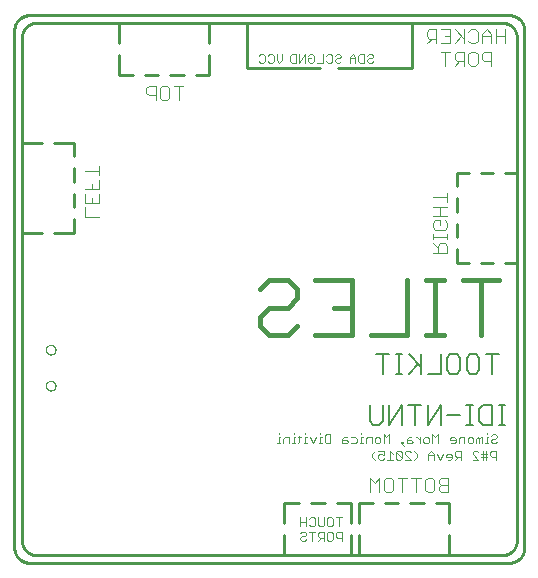
<source format=gbo>
G75*
%MOIN*%
%OFA0B0*%
%FSLAX25Y25*%
%IPPOS*%
%LPD*%
%AMOC8*
5,1,8,0,0,1.08239X$1,22.5*
%
%ADD10C,0.01000*%
%ADD11C,0.00400*%
%ADD12C,0.00600*%
%ADD13C,0.00300*%
%ADD14C,0.01600*%
%ADD15C,0.00000*%
D10*
X0008000Y0006500D02*
X0008000Y0179000D01*
X0010500Y0176500D02*
X0010500Y0141500D01*
X0017281Y0141500D01*
X0021219Y0141500D02*
X0028000Y0141500D01*
X0028000Y0136953D01*
X0028000Y0133016D02*
X0028000Y0128469D01*
X0028000Y0124531D02*
X0028000Y0119984D01*
X0028000Y0116047D02*
X0028000Y0111500D01*
X0021219Y0111500D01*
X0017281Y0111500D02*
X0010500Y0111500D01*
X0010500Y0141500D01*
X0010500Y0111500D02*
X0010500Y0009000D01*
X0008000Y0006500D02*
X0008002Y0006360D01*
X0008008Y0006220D01*
X0008018Y0006080D01*
X0008031Y0005940D01*
X0008049Y0005801D01*
X0008071Y0005662D01*
X0008096Y0005525D01*
X0008125Y0005387D01*
X0008158Y0005251D01*
X0008195Y0005116D01*
X0008236Y0004982D01*
X0008281Y0004849D01*
X0008329Y0004717D01*
X0008381Y0004587D01*
X0008436Y0004458D01*
X0008495Y0004331D01*
X0008558Y0004205D01*
X0008624Y0004081D01*
X0008693Y0003960D01*
X0008766Y0003840D01*
X0008843Y0003722D01*
X0008922Y0003607D01*
X0009005Y0003493D01*
X0009091Y0003383D01*
X0009180Y0003274D01*
X0009272Y0003168D01*
X0009367Y0003065D01*
X0009464Y0002964D01*
X0009565Y0002867D01*
X0009668Y0002772D01*
X0009774Y0002680D01*
X0009883Y0002591D01*
X0009993Y0002505D01*
X0010107Y0002422D01*
X0010222Y0002343D01*
X0010340Y0002266D01*
X0010460Y0002193D01*
X0010581Y0002124D01*
X0010705Y0002058D01*
X0010831Y0001995D01*
X0010958Y0001936D01*
X0011087Y0001881D01*
X0011217Y0001829D01*
X0011349Y0001781D01*
X0011482Y0001736D01*
X0011616Y0001695D01*
X0011751Y0001658D01*
X0011887Y0001625D01*
X0012025Y0001596D01*
X0012162Y0001571D01*
X0012301Y0001549D01*
X0012440Y0001531D01*
X0012580Y0001518D01*
X0012720Y0001508D01*
X0012860Y0001502D01*
X0013000Y0001500D01*
X0173000Y0001500D01*
X0170500Y0004000D02*
X0153000Y0004000D01*
X0153000Y0010781D01*
X0153000Y0014719D02*
X0153000Y0021500D01*
X0148453Y0021500D01*
X0144516Y0021500D02*
X0139969Y0021500D01*
X0136031Y0021500D02*
X0131484Y0021500D01*
X0127547Y0021500D02*
X0123000Y0021500D01*
X0123000Y0014719D01*
X0120250Y0014719D02*
X0120250Y0021500D01*
X0115458Y0021500D01*
X0111521Y0021500D02*
X0106729Y0021500D01*
X0102792Y0021500D02*
X0098000Y0021500D01*
X0098000Y0014719D01*
X0098000Y0010781D02*
X0098000Y0004000D01*
X0015500Y0004000D01*
X0015360Y0004002D01*
X0015220Y0004008D01*
X0015080Y0004018D01*
X0014940Y0004031D01*
X0014801Y0004049D01*
X0014662Y0004071D01*
X0014525Y0004096D01*
X0014387Y0004125D01*
X0014251Y0004158D01*
X0014116Y0004195D01*
X0013982Y0004236D01*
X0013849Y0004281D01*
X0013717Y0004329D01*
X0013587Y0004381D01*
X0013458Y0004436D01*
X0013331Y0004495D01*
X0013205Y0004558D01*
X0013081Y0004624D01*
X0012960Y0004693D01*
X0012840Y0004766D01*
X0012722Y0004843D01*
X0012607Y0004922D01*
X0012493Y0005005D01*
X0012383Y0005091D01*
X0012274Y0005180D01*
X0012168Y0005272D01*
X0012065Y0005367D01*
X0011964Y0005464D01*
X0011867Y0005565D01*
X0011772Y0005668D01*
X0011680Y0005774D01*
X0011591Y0005883D01*
X0011505Y0005993D01*
X0011422Y0006107D01*
X0011343Y0006222D01*
X0011266Y0006340D01*
X0011193Y0006460D01*
X0011124Y0006581D01*
X0011058Y0006705D01*
X0010995Y0006831D01*
X0010936Y0006958D01*
X0010881Y0007087D01*
X0010829Y0007217D01*
X0010781Y0007349D01*
X0010736Y0007482D01*
X0010695Y0007616D01*
X0010658Y0007751D01*
X0010625Y0007887D01*
X0010596Y0008025D01*
X0010571Y0008162D01*
X0010549Y0008301D01*
X0010531Y0008440D01*
X0010518Y0008580D01*
X0010508Y0008720D01*
X0010502Y0008860D01*
X0010500Y0009000D01*
X0098000Y0004000D02*
X0120250Y0004000D01*
X0120250Y0010781D01*
X0123000Y0010781D02*
X0123000Y0004000D01*
X0120250Y0004000D01*
X0123000Y0004000D02*
X0153000Y0004000D01*
X0170500Y0004000D02*
X0170640Y0004002D01*
X0170780Y0004008D01*
X0170920Y0004018D01*
X0171060Y0004031D01*
X0171199Y0004049D01*
X0171338Y0004071D01*
X0171475Y0004096D01*
X0171613Y0004125D01*
X0171749Y0004158D01*
X0171884Y0004195D01*
X0172018Y0004236D01*
X0172151Y0004281D01*
X0172283Y0004329D01*
X0172413Y0004381D01*
X0172542Y0004436D01*
X0172669Y0004495D01*
X0172795Y0004558D01*
X0172919Y0004624D01*
X0173040Y0004693D01*
X0173160Y0004766D01*
X0173278Y0004843D01*
X0173393Y0004922D01*
X0173507Y0005005D01*
X0173617Y0005091D01*
X0173726Y0005180D01*
X0173832Y0005272D01*
X0173935Y0005367D01*
X0174036Y0005464D01*
X0174133Y0005565D01*
X0174228Y0005668D01*
X0174320Y0005774D01*
X0174409Y0005883D01*
X0174495Y0005993D01*
X0174578Y0006107D01*
X0174657Y0006222D01*
X0174734Y0006340D01*
X0174807Y0006460D01*
X0174876Y0006581D01*
X0174942Y0006705D01*
X0175005Y0006831D01*
X0175064Y0006958D01*
X0175119Y0007087D01*
X0175171Y0007217D01*
X0175219Y0007349D01*
X0175264Y0007482D01*
X0175305Y0007616D01*
X0175342Y0007751D01*
X0175375Y0007887D01*
X0175404Y0008025D01*
X0175429Y0008162D01*
X0175451Y0008301D01*
X0175469Y0008440D01*
X0175482Y0008580D01*
X0175492Y0008720D01*
X0175498Y0008860D01*
X0175500Y0009000D01*
X0175500Y0101500D01*
X0171458Y0101500D01*
X0167521Y0101500D02*
X0163479Y0101500D01*
X0159542Y0101500D02*
X0155500Y0101500D01*
X0155500Y0106047D01*
X0155500Y0109984D02*
X0155500Y0114531D01*
X0155500Y0118469D02*
X0155500Y0123016D01*
X0155500Y0126953D02*
X0155500Y0131500D01*
X0159542Y0131500D01*
X0163479Y0131500D02*
X0167521Y0131500D01*
X0171458Y0131500D02*
X0175500Y0131500D01*
X0175500Y0101500D01*
X0175500Y0131500D02*
X0175500Y0176500D01*
X0178000Y0179000D02*
X0178000Y0006500D01*
X0177998Y0006360D01*
X0177992Y0006220D01*
X0177982Y0006080D01*
X0177969Y0005940D01*
X0177951Y0005801D01*
X0177929Y0005662D01*
X0177904Y0005525D01*
X0177875Y0005387D01*
X0177842Y0005251D01*
X0177805Y0005116D01*
X0177764Y0004982D01*
X0177719Y0004849D01*
X0177671Y0004717D01*
X0177619Y0004587D01*
X0177564Y0004458D01*
X0177505Y0004331D01*
X0177442Y0004205D01*
X0177376Y0004081D01*
X0177307Y0003960D01*
X0177234Y0003840D01*
X0177157Y0003722D01*
X0177078Y0003607D01*
X0176995Y0003493D01*
X0176909Y0003383D01*
X0176820Y0003274D01*
X0176728Y0003168D01*
X0176633Y0003065D01*
X0176536Y0002964D01*
X0176435Y0002867D01*
X0176332Y0002772D01*
X0176226Y0002680D01*
X0176117Y0002591D01*
X0176007Y0002505D01*
X0175893Y0002422D01*
X0175778Y0002343D01*
X0175660Y0002266D01*
X0175540Y0002193D01*
X0175419Y0002124D01*
X0175295Y0002058D01*
X0175169Y0001995D01*
X0175042Y0001936D01*
X0174913Y0001881D01*
X0174783Y0001829D01*
X0174651Y0001781D01*
X0174518Y0001736D01*
X0174384Y0001695D01*
X0174249Y0001658D01*
X0174113Y0001625D01*
X0173975Y0001596D01*
X0173838Y0001571D01*
X0173699Y0001549D01*
X0173560Y0001531D01*
X0173420Y0001518D01*
X0173280Y0001508D01*
X0173140Y0001502D01*
X0173000Y0001500D01*
X0073000Y0164000D02*
X0068453Y0164000D01*
X0064516Y0164000D02*
X0059969Y0164000D01*
X0056031Y0164000D02*
X0051484Y0164000D01*
X0047547Y0164000D02*
X0043000Y0164000D01*
X0043000Y0170781D01*
X0043000Y0174719D02*
X0043000Y0181500D01*
X0073000Y0181500D01*
X0073000Y0174719D01*
X0073000Y0170781D02*
X0073000Y0164000D01*
X0085500Y0166500D02*
X0110047Y0166500D01*
X0115953Y0166500D02*
X0140500Y0166500D01*
X0140500Y0181500D01*
X0170500Y0181500D01*
X0173000Y0184000D02*
X0173140Y0183998D01*
X0173280Y0183992D01*
X0173420Y0183982D01*
X0173560Y0183969D01*
X0173699Y0183951D01*
X0173838Y0183929D01*
X0173975Y0183904D01*
X0174113Y0183875D01*
X0174249Y0183842D01*
X0174384Y0183805D01*
X0174518Y0183764D01*
X0174651Y0183719D01*
X0174783Y0183671D01*
X0174913Y0183619D01*
X0175042Y0183564D01*
X0175169Y0183505D01*
X0175295Y0183442D01*
X0175419Y0183376D01*
X0175540Y0183307D01*
X0175660Y0183234D01*
X0175778Y0183157D01*
X0175893Y0183078D01*
X0176007Y0182995D01*
X0176117Y0182909D01*
X0176226Y0182820D01*
X0176332Y0182728D01*
X0176435Y0182633D01*
X0176536Y0182536D01*
X0176633Y0182435D01*
X0176728Y0182332D01*
X0176820Y0182226D01*
X0176909Y0182117D01*
X0176995Y0182007D01*
X0177078Y0181893D01*
X0177157Y0181778D01*
X0177234Y0181660D01*
X0177307Y0181540D01*
X0177376Y0181419D01*
X0177442Y0181295D01*
X0177505Y0181169D01*
X0177564Y0181042D01*
X0177619Y0180913D01*
X0177671Y0180783D01*
X0177719Y0180651D01*
X0177764Y0180518D01*
X0177805Y0180384D01*
X0177842Y0180249D01*
X0177875Y0180113D01*
X0177904Y0179975D01*
X0177929Y0179838D01*
X0177951Y0179699D01*
X0177969Y0179560D01*
X0177982Y0179420D01*
X0177992Y0179280D01*
X0177998Y0179140D01*
X0178000Y0179000D01*
X0173000Y0184000D02*
X0013000Y0184000D01*
X0015500Y0181500D02*
X0043000Y0181500D01*
X0015500Y0181500D02*
X0015360Y0181498D01*
X0015220Y0181492D01*
X0015080Y0181482D01*
X0014940Y0181469D01*
X0014801Y0181451D01*
X0014662Y0181429D01*
X0014525Y0181404D01*
X0014387Y0181375D01*
X0014251Y0181342D01*
X0014116Y0181305D01*
X0013982Y0181264D01*
X0013849Y0181219D01*
X0013717Y0181171D01*
X0013587Y0181119D01*
X0013458Y0181064D01*
X0013331Y0181005D01*
X0013205Y0180942D01*
X0013081Y0180876D01*
X0012960Y0180807D01*
X0012840Y0180734D01*
X0012722Y0180657D01*
X0012607Y0180578D01*
X0012493Y0180495D01*
X0012383Y0180409D01*
X0012274Y0180320D01*
X0012168Y0180228D01*
X0012065Y0180133D01*
X0011964Y0180036D01*
X0011867Y0179935D01*
X0011772Y0179832D01*
X0011680Y0179726D01*
X0011591Y0179617D01*
X0011505Y0179507D01*
X0011422Y0179393D01*
X0011343Y0179278D01*
X0011266Y0179160D01*
X0011193Y0179040D01*
X0011124Y0178919D01*
X0011058Y0178795D01*
X0010995Y0178669D01*
X0010936Y0178542D01*
X0010881Y0178413D01*
X0010829Y0178283D01*
X0010781Y0178151D01*
X0010736Y0178018D01*
X0010695Y0177884D01*
X0010658Y0177749D01*
X0010625Y0177613D01*
X0010596Y0177475D01*
X0010571Y0177338D01*
X0010549Y0177199D01*
X0010531Y0177060D01*
X0010518Y0176920D01*
X0010508Y0176780D01*
X0010502Y0176640D01*
X0010500Y0176500D01*
X0008000Y0179000D02*
X0008002Y0179140D01*
X0008008Y0179280D01*
X0008018Y0179420D01*
X0008031Y0179560D01*
X0008049Y0179699D01*
X0008071Y0179838D01*
X0008096Y0179975D01*
X0008125Y0180113D01*
X0008158Y0180249D01*
X0008195Y0180384D01*
X0008236Y0180518D01*
X0008281Y0180651D01*
X0008329Y0180783D01*
X0008381Y0180913D01*
X0008436Y0181042D01*
X0008495Y0181169D01*
X0008558Y0181295D01*
X0008624Y0181419D01*
X0008693Y0181540D01*
X0008766Y0181660D01*
X0008843Y0181778D01*
X0008922Y0181893D01*
X0009005Y0182007D01*
X0009091Y0182117D01*
X0009180Y0182226D01*
X0009272Y0182332D01*
X0009367Y0182435D01*
X0009464Y0182536D01*
X0009565Y0182633D01*
X0009668Y0182728D01*
X0009774Y0182820D01*
X0009883Y0182909D01*
X0009993Y0182995D01*
X0010107Y0183078D01*
X0010222Y0183157D01*
X0010340Y0183234D01*
X0010460Y0183307D01*
X0010581Y0183376D01*
X0010705Y0183442D01*
X0010831Y0183505D01*
X0010958Y0183564D01*
X0011087Y0183619D01*
X0011217Y0183671D01*
X0011349Y0183719D01*
X0011482Y0183764D01*
X0011616Y0183805D01*
X0011751Y0183842D01*
X0011887Y0183875D01*
X0012025Y0183904D01*
X0012162Y0183929D01*
X0012301Y0183951D01*
X0012440Y0183969D01*
X0012580Y0183982D01*
X0012720Y0183992D01*
X0012860Y0183998D01*
X0013000Y0184000D01*
X0073000Y0181500D02*
X0085500Y0181500D01*
X0085500Y0166500D01*
X0085500Y0181500D02*
X0140500Y0181500D01*
X0170500Y0181500D02*
X0170640Y0181498D01*
X0170780Y0181492D01*
X0170920Y0181482D01*
X0171060Y0181469D01*
X0171199Y0181451D01*
X0171338Y0181429D01*
X0171475Y0181404D01*
X0171613Y0181375D01*
X0171749Y0181342D01*
X0171884Y0181305D01*
X0172018Y0181264D01*
X0172151Y0181219D01*
X0172283Y0181171D01*
X0172413Y0181119D01*
X0172542Y0181064D01*
X0172669Y0181005D01*
X0172795Y0180942D01*
X0172919Y0180876D01*
X0173040Y0180807D01*
X0173160Y0180734D01*
X0173278Y0180657D01*
X0173393Y0180578D01*
X0173507Y0180495D01*
X0173617Y0180409D01*
X0173726Y0180320D01*
X0173832Y0180228D01*
X0173935Y0180133D01*
X0174036Y0180036D01*
X0174133Y0179935D01*
X0174228Y0179832D01*
X0174320Y0179726D01*
X0174409Y0179617D01*
X0174495Y0179507D01*
X0174578Y0179393D01*
X0174657Y0179278D01*
X0174734Y0179160D01*
X0174807Y0179040D01*
X0174876Y0178919D01*
X0174942Y0178795D01*
X0175005Y0178669D01*
X0175064Y0178542D01*
X0175119Y0178413D01*
X0175171Y0178283D01*
X0175219Y0178151D01*
X0175264Y0178018D01*
X0175305Y0177884D01*
X0175342Y0177749D01*
X0175375Y0177613D01*
X0175404Y0177475D01*
X0175429Y0177338D01*
X0175451Y0177199D01*
X0175469Y0177060D01*
X0175482Y0176920D01*
X0175492Y0176780D01*
X0175498Y0176640D01*
X0175500Y0176500D01*
D11*
X0171612Y0177002D02*
X0168543Y0177002D01*
X0167008Y0177002D02*
X0163939Y0177002D01*
X0163939Y0177769D02*
X0163939Y0174700D01*
X0162404Y0175467D02*
X0161637Y0174700D01*
X0160102Y0174700D01*
X0159335Y0175467D01*
X0157800Y0174700D02*
X0157800Y0179304D01*
X0159335Y0178537D02*
X0160102Y0179304D01*
X0161637Y0179304D01*
X0162404Y0178537D01*
X0162404Y0175467D01*
X0163939Y0177769D02*
X0165473Y0179304D01*
X0167008Y0177769D01*
X0167008Y0174700D01*
X0168543Y0174700D02*
X0168543Y0179304D01*
X0171612Y0179304D02*
X0171612Y0174700D01*
X0167008Y0171804D02*
X0164706Y0171804D01*
X0163939Y0171037D01*
X0163939Y0169502D01*
X0164706Y0168735D01*
X0167008Y0168735D01*
X0167008Y0167200D02*
X0167008Y0171804D01*
X0162404Y0171037D02*
X0162404Y0167967D01*
X0161637Y0167200D01*
X0160102Y0167200D01*
X0159335Y0167967D01*
X0159335Y0171037D01*
X0160102Y0171804D01*
X0161637Y0171804D01*
X0162404Y0171037D01*
X0157800Y0171804D02*
X0157800Y0167200D01*
X0157800Y0168735D02*
X0155498Y0168735D01*
X0154731Y0169502D01*
X0154731Y0171037D01*
X0155498Y0171804D01*
X0157800Y0171804D01*
X0156265Y0168735D02*
X0154731Y0167200D01*
X0151661Y0167200D02*
X0151661Y0171804D01*
X0150127Y0171804D02*
X0153196Y0171804D01*
X0153196Y0174700D02*
X0150127Y0174700D01*
X0148592Y0174700D02*
X0148592Y0179304D01*
X0146290Y0179304D01*
X0145523Y0178537D01*
X0145523Y0177002D01*
X0146290Y0176235D01*
X0148592Y0176235D01*
X0147058Y0176235D02*
X0145523Y0174700D01*
X0150127Y0179304D02*
X0153196Y0179304D01*
X0153196Y0174700D01*
X0154731Y0174700D02*
X0157033Y0177002D01*
X0157800Y0176235D02*
X0154731Y0179304D01*
X0153196Y0177002D02*
X0151661Y0177002D01*
X0152209Y0124808D02*
X0152209Y0121739D01*
X0152209Y0123273D02*
X0147606Y0123273D01*
X0147606Y0120204D02*
X0152209Y0120204D01*
X0149907Y0120204D02*
X0149907Y0117135D01*
X0149907Y0115600D02*
X0149907Y0114065D01*
X0149907Y0115600D02*
X0148373Y0115600D01*
X0147606Y0114833D01*
X0147606Y0113298D01*
X0148373Y0112531D01*
X0151442Y0112531D01*
X0152209Y0113298D01*
X0152209Y0114833D01*
X0151442Y0115600D01*
X0152209Y0117135D02*
X0147606Y0117135D01*
X0147606Y0110996D02*
X0147606Y0109461D01*
X0147606Y0110229D02*
X0152209Y0110229D01*
X0152209Y0110996D02*
X0152209Y0109461D01*
X0151442Y0107927D02*
X0149907Y0107927D01*
X0149140Y0107159D01*
X0149140Y0104857D01*
X0147606Y0104857D02*
X0152209Y0104857D01*
X0152209Y0107159D01*
X0151442Y0107927D01*
X0149140Y0106392D02*
X0147606Y0107927D01*
X0147271Y0029709D02*
X0145737Y0029709D01*
X0144969Y0028942D01*
X0144969Y0025873D01*
X0145737Y0025106D01*
X0147271Y0025106D01*
X0148039Y0025873D01*
X0148039Y0028942D01*
X0147271Y0029709D01*
X0149573Y0028942D02*
X0149573Y0028175D01*
X0150341Y0027407D01*
X0152643Y0027407D01*
X0152643Y0025106D02*
X0150341Y0025106D01*
X0149573Y0025873D01*
X0149573Y0026640D01*
X0150341Y0027407D01*
X0149573Y0028942D02*
X0150341Y0029709D01*
X0152643Y0029709D01*
X0152643Y0025106D01*
X0143435Y0029709D02*
X0140365Y0029709D01*
X0138831Y0029709D02*
X0135761Y0029709D01*
X0137296Y0029709D02*
X0137296Y0025106D01*
X0134227Y0025873D02*
X0133460Y0025106D01*
X0131925Y0025106D01*
X0131158Y0025873D01*
X0131158Y0028942D01*
X0131925Y0029709D01*
X0133460Y0029709D01*
X0134227Y0028942D01*
X0134227Y0025873D01*
X0129623Y0025106D02*
X0129623Y0029709D01*
X0128088Y0028175D01*
X0126554Y0029709D01*
X0126554Y0025106D01*
X0141900Y0025106D02*
X0141900Y0029709D01*
X0036209Y0116857D02*
X0031606Y0116857D01*
X0031606Y0119927D01*
X0031606Y0121461D02*
X0031606Y0124531D01*
X0031606Y0126065D02*
X0036209Y0126065D01*
X0036209Y0129135D01*
X0036209Y0130669D02*
X0036209Y0133739D01*
X0036209Y0132204D02*
X0031606Y0132204D01*
X0033907Y0127600D02*
X0033907Y0126065D01*
X0036209Y0124531D02*
X0036209Y0121461D01*
X0031606Y0121461D01*
X0033907Y0121461D02*
X0033907Y0122996D01*
X0055061Y0155794D02*
X0055061Y0160398D01*
X0052759Y0160398D01*
X0051992Y0159631D01*
X0051992Y0158096D01*
X0052759Y0157329D01*
X0055061Y0157329D01*
X0056596Y0156562D02*
X0056596Y0159631D01*
X0057363Y0160398D01*
X0058898Y0160398D01*
X0059665Y0159631D01*
X0059665Y0156562D01*
X0058898Y0155794D01*
X0057363Y0155794D01*
X0056596Y0156562D01*
X0061200Y0160398D02*
X0064269Y0160398D01*
X0062735Y0160398D02*
X0062735Y0155794D01*
D12*
X0128655Y0070955D02*
X0132926Y0070955D01*
X0130790Y0070955D02*
X0130790Y0064550D01*
X0135087Y0064550D02*
X0137223Y0064550D01*
X0136155Y0064550D02*
X0136155Y0070955D01*
X0137223Y0070955D02*
X0135087Y0070955D01*
X0139398Y0070955D02*
X0143668Y0066685D01*
X0142600Y0067753D02*
X0139398Y0064550D01*
X0143668Y0064550D02*
X0143668Y0070955D01*
X0150114Y0070955D02*
X0150114Y0064550D01*
X0145843Y0064550D01*
X0152289Y0065618D02*
X0152289Y0069888D01*
X0153356Y0070955D01*
X0155491Y0070955D01*
X0156559Y0069888D01*
X0156559Y0065618D01*
X0155491Y0064550D01*
X0153356Y0064550D01*
X0152289Y0065618D01*
X0158734Y0065618D02*
X0158734Y0069888D01*
X0159802Y0070955D01*
X0161937Y0070955D01*
X0163005Y0069888D01*
X0163005Y0065618D01*
X0161937Y0064550D01*
X0159802Y0064550D01*
X0158734Y0065618D01*
X0165180Y0070955D02*
X0169450Y0070955D01*
X0167315Y0070955D02*
X0167315Y0064550D01*
X0167287Y0053955D02*
X0164084Y0053955D01*
X0163016Y0052888D01*
X0163016Y0048618D01*
X0164084Y0047550D01*
X0167287Y0047550D01*
X0167287Y0053955D01*
X0169448Y0053955D02*
X0171584Y0053955D01*
X0170516Y0053955D02*
X0170516Y0047550D01*
X0171584Y0047550D02*
X0169448Y0047550D01*
X0160841Y0047550D02*
X0158706Y0047550D01*
X0159773Y0047550D02*
X0159773Y0053955D01*
X0158706Y0053955D02*
X0160841Y0053955D01*
X0156544Y0050753D02*
X0152274Y0050753D01*
X0150099Y0053955D02*
X0150099Y0047550D01*
X0145828Y0047550D02*
X0145828Y0053955D01*
X0143653Y0053955D02*
X0139383Y0053955D01*
X0137208Y0053955D02*
X0132937Y0047550D01*
X0132937Y0053955D01*
X0130762Y0053955D02*
X0130762Y0048618D01*
X0129694Y0047550D01*
X0127559Y0047550D01*
X0126492Y0048618D01*
X0126492Y0053955D01*
X0137208Y0053955D02*
X0137208Y0047550D01*
X0141518Y0047550D02*
X0141518Y0053955D01*
X0145828Y0047550D02*
X0150099Y0053955D01*
D13*
X0149207Y0044302D02*
X0148239Y0043335D01*
X0147272Y0044302D01*
X0147272Y0041400D01*
X0146260Y0041884D02*
X0145776Y0041400D01*
X0144809Y0041400D01*
X0144325Y0041884D01*
X0144325Y0042851D01*
X0144809Y0043335D01*
X0145776Y0043335D01*
X0146260Y0042851D01*
X0146260Y0041884D01*
X0143314Y0042367D02*
X0142346Y0043335D01*
X0141862Y0043335D01*
X0143314Y0043335D02*
X0143314Y0041400D01*
X0140858Y0041884D02*
X0140374Y0042367D01*
X0138923Y0042367D01*
X0138923Y0042851D02*
X0138923Y0041400D01*
X0140374Y0041400D01*
X0140858Y0041884D01*
X0140374Y0043335D02*
X0139407Y0043335D01*
X0138923Y0042851D01*
X0137428Y0041884D02*
X0137428Y0041400D01*
X0136944Y0041400D01*
X0136944Y0041884D01*
X0137428Y0041884D01*
X0136944Y0041400D02*
X0137912Y0040433D01*
X0138666Y0038802D02*
X0139633Y0038802D01*
X0140117Y0038319D01*
X0141114Y0038802D02*
X0142081Y0037835D01*
X0142081Y0036867D01*
X0141114Y0035900D01*
X0140117Y0035900D02*
X0138182Y0037835D01*
X0138182Y0038319D01*
X0138666Y0038802D01*
X0137170Y0038319D02*
X0137170Y0036384D01*
X0135235Y0038319D01*
X0135235Y0036384D01*
X0135719Y0035900D01*
X0136687Y0035900D01*
X0137170Y0036384D01*
X0138182Y0035900D02*
X0140117Y0035900D01*
X0137170Y0038319D02*
X0136687Y0038802D01*
X0135719Y0038802D01*
X0135235Y0038319D01*
X0134224Y0037835D02*
X0133256Y0038802D01*
X0133256Y0035900D01*
X0132289Y0035900D02*
X0134224Y0035900D01*
X0131277Y0036384D02*
X0130794Y0035900D01*
X0129826Y0035900D01*
X0129342Y0036384D01*
X0129342Y0037351D01*
X0129826Y0037835D01*
X0130310Y0037835D01*
X0131277Y0037351D01*
X0131277Y0038802D01*
X0129342Y0038802D01*
X0128331Y0038802D02*
X0127363Y0037835D01*
X0127363Y0036867D01*
X0128331Y0035900D01*
X0128603Y0041400D02*
X0128119Y0041884D01*
X0128119Y0042851D01*
X0128603Y0043335D01*
X0129570Y0043335D01*
X0130054Y0042851D01*
X0130054Y0041884D01*
X0129570Y0041400D01*
X0128603Y0041400D01*
X0127108Y0041400D02*
X0127108Y0043335D01*
X0125656Y0043335D01*
X0125173Y0042851D01*
X0125173Y0041400D01*
X0124161Y0041400D02*
X0123194Y0041400D01*
X0123677Y0041400D02*
X0123677Y0043335D01*
X0124161Y0043335D01*
X0123677Y0044302D02*
X0123677Y0044786D01*
X0122197Y0042851D02*
X0122197Y0041884D01*
X0121713Y0041400D01*
X0120262Y0041400D01*
X0119250Y0041884D02*
X0118767Y0042367D01*
X0117315Y0042367D01*
X0117315Y0042851D02*
X0117315Y0041400D01*
X0118767Y0041400D01*
X0119250Y0041884D01*
X0118767Y0043335D02*
X0117799Y0043335D01*
X0117315Y0042851D01*
X0120262Y0043335D02*
X0121713Y0043335D01*
X0122197Y0042851D01*
X0113357Y0041400D02*
X0111906Y0041400D01*
X0111422Y0041884D01*
X0111422Y0043819D01*
X0111906Y0044302D01*
X0113357Y0044302D01*
X0113357Y0041400D01*
X0110411Y0041400D02*
X0109443Y0041400D01*
X0109927Y0041400D02*
X0109927Y0043335D01*
X0110411Y0043335D01*
X0109927Y0044302D02*
X0109927Y0044786D01*
X0108446Y0043335D02*
X0107479Y0041400D01*
X0106511Y0043335D01*
X0105500Y0043335D02*
X0105016Y0043335D01*
X0105016Y0041400D01*
X0105500Y0041400D02*
X0104532Y0041400D01*
X0103052Y0041884D02*
X0102568Y0041400D01*
X0103052Y0041884D02*
X0103052Y0043819D01*
X0103536Y0043335D02*
X0102568Y0043335D01*
X0101571Y0043335D02*
X0101087Y0043335D01*
X0101087Y0041400D01*
X0100604Y0041400D02*
X0101571Y0041400D01*
X0099607Y0041400D02*
X0099607Y0043335D01*
X0098156Y0043335D01*
X0097672Y0042851D01*
X0097672Y0041400D01*
X0096660Y0041400D02*
X0095693Y0041400D01*
X0096177Y0041400D02*
X0096177Y0043335D01*
X0096660Y0043335D01*
X0096177Y0044302D02*
X0096177Y0044786D01*
X0101087Y0044786D02*
X0101087Y0044302D01*
X0105016Y0044302D02*
X0105016Y0044786D01*
X0131066Y0044302D02*
X0131066Y0041400D01*
X0133001Y0041400D02*
X0133001Y0044302D01*
X0132033Y0043335D01*
X0131066Y0044302D01*
X0146039Y0037835D02*
X0146039Y0035900D01*
X0146039Y0037351D02*
X0147974Y0037351D01*
X0147974Y0037835D02*
X0147007Y0038802D01*
X0146039Y0037835D01*
X0147974Y0037835D02*
X0147974Y0035900D01*
X0149953Y0035900D02*
X0148986Y0037835D01*
X0150921Y0037835D02*
X0149953Y0035900D01*
X0151932Y0036867D02*
X0153867Y0036867D01*
X0153867Y0036384D02*
X0153867Y0037351D01*
X0153384Y0037835D01*
X0152416Y0037835D01*
X0151932Y0037351D01*
X0151932Y0036867D01*
X0152416Y0035900D02*
X0153384Y0035900D01*
X0153867Y0036384D01*
X0154879Y0035900D02*
X0155846Y0036867D01*
X0155363Y0036867D02*
X0156814Y0036867D01*
X0156814Y0035900D02*
X0156814Y0038802D01*
X0155363Y0038802D01*
X0154879Y0038319D01*
X0154879Y0037351D01*
X0155363Y0036867D01*
X0154616Y0041400D02*
X0153648Y0041400D01*
X0154616Y0041400D02*
X0155100Y0041884D01*
X0155100Y0042851D01*
X0154616Y0043335D01*
X0153648Y0043335D01*
X0153165Y0042851D01*
X0153165Y0042367D01*
X0155100Y0042367D01*
X0156111Y0042851D02*
X0156111Y0041400D01*
X0156111Y0042851D02*
X0156595Y0043335D01*
X0158046Y0043335D01*
X0158046Y0041400D01*
X0159058Y0041884D02*
X0159058Y0042851D01*
X0159541Y0043335D01*
X0160509Y0043335D01*
X0160993Y0042851D01*
X0160993Y0041884D01*
X0160509Y0041400D01*
X0159541Y0041400D01*
X0159058Y0041884D01*
X0162004Y0041400D02*
X0162004Y0042851D01*
X0162488Y0043335D01*
X0162972Y0042851D01*
X0162972Y0041400D01*
X0163939Y0041400D02*
X0163939Y0043335D01*
X0163455Y0043335D01*
X0162972Y0042851D01*
X0164936Y0041400D02*
X0165903Y0041400D01*
X0165420Y0041400D02*
X0165420Y0043335D01*
X0165903Y0043335D01*
X0165420Y0044302D02*
X0165420Y0044786D01*
X0166915Y0043819D02*
X0167399Y0044302D01*
X0168366Y0044302D01*
X0168850Y0043819D01*
X0168850Y0043335D01*
X0168366Y0042851D01*
X0167399Y0042851D01*
X0166915Y0042367D01*
X0166915Y0041884D01*
X0167399Y0041400D01*
X0168366Y0041400D01*
X0168850Y0041884D01*
X0168600Y0038802D02*
X0167149Y0038802D01*
X0166665Y0038319D01*
X0166665Y0037351D01*
X0167149Y0036867D01*
X0168600Y0036867D01*
X0168600Y0035900D02*
X0168600Y0038802D01*
X0165653Y0037835D02*
X0164202Y0037835D01*
X0163719Y0037835D01*
X0163719Y0036867D02*
X0165653Y0036867D01*
X0165170Y0035900D02*
X0165170Y0038802D01*
X0164202Y0038802D02*
X0164202Y0035900D01*
X0162707Y0035900D02*
X0160772Y0037835D01*
X0160772Y0038319D01*
X0161256Y0038802D01*
X0162223Y0038802D01*
X0162707Y0038319D01*
X0162707Y0035900D02*
X0160772Y0035900D01*
X0149207Y0041400D02*
X0149207Y0044302D01*
X0117100Y0016602D02*
X0115165Y0016602D01*
X0116133Y0016602D02*
X0116133Y0013700D01*
X0115649Y0011802D02*
X0115165Y0011319D01*
X0115165Y0010351D01*
X0115649Y0009867D01*
X0117100Y0009867D01*
X0117100Y0008900D02*
X0117100Y0011802D01*
X0115649Y0011802D01*
X0114153Y0011319D02*
X0114153Y0009384D01*
X0113670Y0008900D01*
X0112702Y0008900D01*
X0112219Y0009384D01*
X0112219Y0011319D01*
X0112702Y0011802D01*
X0113670Y0011802D01*
X0114153Y0011319D01*
X0113670Y0013700D02*
X0112702Y0013700D01*
X0112219Y0014184D01*
X0112219Y0016119D01*
X0112702Y0016602D01*
X0113670Y0016602D01*
X0114153Y0016119D01*
X0114153Y0014184D01*
X0113670Y0013700D01*
X0111207Y0014184D02*
X0110723Y0013700D01*
X0109756Y0013700D01*
X0109272Y0014184D01*
X0109272Y0016602D01*
X0108260Y0016119D02*
X0108260Y0014184D01*
X0107777Y0013700D01*
X0106809Y0013700D01*
X0106325Y0014184D01*
X0105314Y0013700D02*
X0105314Y0016602D01*
X0106325Y0016119D02*
X0106809Y0016602D01*
X0107777Y0016602D01*
X0108260Y0016119D01*
X0111207Y0016602D02*
X0111207Y0014184D01*
X0111207Y0011802D02*
X0109756Y0011802D01*
X0109272Y0011319D01*
X0109272Y0010351D01*
X0109756Y0009867D01*
X0111207Y0009867D01*
X0111207Y0008900D02*
X0111207Y0011802D01*
X0110239Y0009867D02*
X0109272Y0008900D01*
X0107293Y0008900D02*
X0107293Y0011802D01*
X0108260Y0011802D02*
X0106325Y0011802D01*
X0105314Y0011319D02*
X0105314Y0010835D01*
X0104830Y0010351D01*
X0103863Y0010351D01*
X0103379Y0009867D01*
X0103379Y0009384D01*
X0103863Y0008900D01*
X0104830Y0008900D01*
X0105314Y0009384D01*
X0105314Y0011319D02*
X0104830Y0011802D01*
X0103863Y0011802D01*
X0103379Y0011319D01*
X0103379Y0013700D02*
X0103379Y0016602D01*
X0103379Y0015151D02*
X0105314Y0015151D01*
X0104903Y0168150D02*
X0104903Y0171052D01*
X0102969Y0168150D01*
X0102969Y0171052D01*
X0101957Y0171052D02*
X0100506Y0171052D01*
X0100022Y0170569D01*
X0100022Y0168634D01*
X0100506Y0168150D01*
X0101957Y0168150D01*
X0101957Y0171052D01*
X0105915Y0170569D02*
X0106399Y0171052D01*
X0107366Y0171052D01*
X0107850Y0170569D01*
X0107850Y0168634D01*
X0107366Y0168150D01*
X0106399Y0168150D01*
X0105915Y0168634D01*
X0105915Y0169601D01*
X0106883Y0169601D01*
X0109022Y0168150D02*
X0110957Y0168150D01*
X0110957Y0171052D01*
X0111969Y0170569D02*
X0112452Y0171052D01*
X0113420Y0171052D01*
X0113903Y0170569D01*
X0113903Y0168634D01*
X0113420Y0168150D01*
X0112452Y0168150D01*
X0111969Y0168634D01*
X0114915Y0168634D02*
X0115399Y0168150D01*
X0116366Y0168150D01*
X0116850Y0168634D01*
X0116366Y0169601D02*
X0115399Y0169601D01*
X0114915Y0169117D01*
X0114915Y0168634D01*
X0116366Y0169601D02*
X0116850Y0170085D01*
X0116850Y0170569D01*
X0116366Y0171052D01*
X0115399Y0171052D01*
X0114915Y0170569D01*
X0119772Y0170085D02*
X0119772Y0168150D01*
X0119772Y0169601D02*
X0121707Y0169601D01*
X0121707Y0170085D02*
X0120739Y0171052D01*
X0119772Y0170085D01*
X0121707Y0170085D02*
X0121707Y0168150D01*
X0122719Y0168634D02*
X0122719Y0170569D01*
X0123202Y0171052D01*
X0124653Y0171052D01*
X0124653Y0168150D01*
X0123202Y0168150D01*
X0122719Y0168634D01*
X0125665Y0168634D02*
X0126149Y0168150D01*
X0127116Y0168150D01*
X0127600Y0168634D01*
X0127116Y0169601D02*
X0126149Y0169601D01*
X0125665Y0169117D01*
X0125665Y0168634D01*
X0127116Y0169601D02*
X0127600Y0170085D01*
X0127600Y0170569D01*
X0127116Y0171052D01*
X0126149Y0171052D01*
X0125665Y0170569D01*
X0097350Y0171052D02*
X0097350Y0169117D01*
X0096383Y0168150D01*
X0095415Y0169117D01*
X0095415Y0171052D01*
X0094403Y0170569D02*
X0094403Y0168634D01*
X0093920Y0168150D01*
X0092952Y0168150D01*
X0092469Y0168634D01*
X0091457Y0168634D02*
X0090973Y0168150D01*
X0090006Y0168150D01*
X0089522Y0168634D01*
X0089522Y0170569D02*
X0090006Y0171052D01*
X0090973Y0171052D01*
X0091457Y0170569D01*
X0091457Y0168634D01*
X0092469Y0170569D02*
X0092952Y0171052D01*
X0093920Y0171052D01*
X0094403Y0170569D01*
D14*
X0092968Y0095716D02*
X0099106Y0095716D01*
X0102176Y0092646D01*
X0102176Y0089577D01*
X0099106Y0086508D01*
X0092968Y0086508D01*
X0089898Y0083439D01*
X0089898Y0080369D01*
X0092968Y0077300D01*
X0099106Y0077300D01*
X0102176Y0080369D01*
X0108314Y0077300D02*
X0120591Y0077300D01*
X0120591Y0095716D01*
X0108314Y0095716D01*
X0114453Y0086508D02*
X0120591Y0086508D01*
X0126730Y0077300D02*
X0139007Y0077300D01*
X0139007Y0095716D01*
X0145146Y0095716D02*
X0151284Y0095716D01*
X0148215Y0095716D02*
X0148215Y0077300D01*
X0151284Y0077300D02*
X0145146Y0077300D01*
X0163561Y0077300D02*
X0163561Y0095716D01*
X0157423Y0095716D02*
X0169700Y0095716D01*
X0092968Y0095716D02*
X0089898Y0092646D01*
D15*
X0018526Y0072500D02*
X0018528Y0072580D01*
X0018534Y0072659D01*
X0018544Y0072738D01*
X0018558Y0072817D01*
X0018575Y0072895D01*
X0018597Y0072972D01*
X0018622Y0073047D01*
X0018652Y0073121D01*
X0018684Y0073194D01*
X0018721Y0073265D01*
X0018761Y0073334D01*
X0018804Y0073401D01*
X0018851Y0073466D01*
X0018900Y0073528D01*
X0018953Y0073588D01*
X0019009Y0073645D01*
X0019067Y0073700D01*
X0019128Y0073751D01*
X0019192Y0073799D01*
X0019258Y0073844D01*
X0019326Y0073886D01*
X0019396Y0073924D01*
X0019468Y0073958D01*
X0019541Y0073989D01*
X0019616Y0074017D01*
X0019693Y0074040D01*
X0019770Y0074060D01*
X0019848Y0074076D01*
X0019927Y0074088D01*
X0020006Y0074096D01*
X0020086Y0074100D01*
X0020166Y0074100D01*
X0020246Y0074096D01*
X0020325Y0074088D01*
X0020404Y0074076D01*
X0020482Y0074060D01*
X0020559Y0074040D01*
X0020636Y0074017D01*
X0020711Y0073989D01*
X0020784Y0073958D01*
X0020856Y0073924D01*
X0020926Y0073886D01*
X0020994Y0073844D01*
X0021060Y0073799D01*
X0021124Y0073751D01*
X0021185Y0073700D01*
X0021243Y0073645D01*
X0021299Y0073588D01*
X0021352Y0073528D01*
X0021401Y0073466D01*
X0021448Y0073401D01*
X0021491Y0073334D01*
X0021531Y0073265D01*
X0021568Y0073194D01*
X0021600Y0073121D01*
X0021630Y0073047D01*
X0021655Y0072972D01*
X0021677Y0072895D01*
X0021694Y0072817D01*
X0021708Y0072738D01*
X0021718Y0072659D01*
X0021724Y0072580D01*
X0021726Y0072500D01*
X0021724Y0072420D01*
X0021718Y0072341D01*
X0021708Y0072262D01*
X0021694Y0072183D01*
X0021677Y0072105D01*
X0021655Y0072028D01*
X0021630Y0071953D01*
X0021600Y0071879D01*
X0021568Y0071806D01*
X0021531Y0071735D01*
X0021491Y0071666D01*
X0021448Y0071599D01*
X0021401Y0071534D01*
X0021352Y0071472D01*
X0021299Y0071412D01*
X0021243Y0071355D01*
X0021185Y0071300D01*
X0021124Y0071249D01*
X0021060Y0071201D01*
X0020994Y0071156D01*
X0020926Y0071114D01*
X0020856Y0071076D01*
X0020784Y0071042D01*
X0020711Y0071011D01*
X0020636Y0070983D01*
X0020559Y0070960D01*
X0020482Y0070940D01*
X0020404Y0070924D01*
X0020325Y0070912D01*
X0020246Y0070904D01*
X0020166Y0070900D01*
X0020086Y0070900D01*
X0020006Y0070904D01*
X0019927Y0070912D01*
X0019848Y0070924D01*
X0019770Y0070940D01*
X0019693Y0070960D01*
X0019616Y0070983D01*
X0019541Y0071011D01*
X0019468Y0071042D01*
X0019396Y0071076D01*
X0019326Y0071114D01*
X0019258Y0071156D01*
X0019192Y0071201D01*
X0019128Y0071249D01*
X0019067Y0071300D01*
X0019009Y0071355D01*
X0018953Y0071412D01*
X0018900Y0071472D01*
X0018851Y0071534D01*
X0018804Y0071599D01*
X0018761Y0071666D01*
X0018721Y0071735D01*
X0018684Y0071806D01*
X0018652Y0071879D01*
X0018622Y0071953D01*
X0018597Y0072028D01*
X0018575Y0072105D01*
X0018558Y0072183D01*
X0018544Y0072262D01*
X0018534Y0072341D01*
X0018528Y0072420D01*
X0018526Y0072500D01*
X0018526Y0060500D02*
X0018528Y0060580D01*
X0018534Y0060659D01*
X0018544Y0060738D01*
X0018558Y0060817D01*
X0018575Y0060895D01*
X0018597Y0060972D01*
X0018622Y0061047D01*
X0018652Y0061121D01*
X0018684Y0061194D01*
X0018721Y0061265D01*
X0018761Y0061334D01*
X0018804Y0061401D01*
X0018851Y0061466D01*
X0018900Y0061528D01*
X0018953Y0061588D01*
X0019009Y0061645D01*
X0019067Y0061700D01*
X0019128Y0061751D01*
X0019192Y0061799D01*
X0019258Y0061844D01*
X0019326Y0061886D01*
X0019396Y0061924D01*
X0019468Y0061958D01*
X0019541Y0061989D01*
X0019616Y0062017D01*
X0019693Y0062040D01*
X0019770Y0062060D01*
X0019848Y0062076D01*
X0019927Y0062088D01*
X0020006Y0062096D01*
X0020086Y0062100D01*
X0020166Y0062100D01*
X0020246Y0062096D01*
X0020325Y0062088D01*
X0020404Y0062076D01*
X0020482Y0062060D01*
X0020559Y0062040D01*
X0020636Y0062017D01*
X0020711Y0061989D01*
X0020784Y0061958D01*
X0020856Y0061924D01*
X0020926Y0061886D01*
X0020994Y0061844D01*
X0021060Y0061799D01*
X0021124Y0061751D01*
X0021185Y0061700D01*
X0021243Y0061645D01*
X0021299Y0061588D01*
X0021352Y0061528D01*
X0021401Y0061466D01*
X0021448Y0061401D01*
X0021491Y0061334D01*
X0021531Y0061265D01*
X0021568Y0061194D01*
X0021600Y0061121D01*
X0021630Y0061047D01*
X0021655Y0060972D01*
X0021677Y0060895D01*
X0021694Y0060817D01*
X0021708Y0060738D01*
X0021718Y0060659D01*
X0021724Y0060580D01*
X0021726Y0060500D01*
X0021724Y0060420D01*
X0021718Y0060341D01*
X0021708Y0060262D01*
X0021694Y0060183D01*
X0021677Y0060105D01*
X0021655Y0060028D01*
X0021630Y0059953D01*
X0021600Y0059879D01*
X0021568Y0059806D01*
X0021531Y0059735D01*
X0021491Y0059666D01*
X0021448Y0059599D01*
X0021401Y0059534D01*
X0021352Y0059472D01*
X0021299Y0059412D01*
X0021243Y0059355D01*
X0021185Y0059300D01*
X0021124Y0059249D01*
X0021060Y0059201D01*
X0020994Y0059156D01*
X0020926Y0059114D01*
X0020856Y0059076D01*
X0020784Y0059042D01*
X0020711Y0059011D01*
X0020636Y0058983D01*
X0020559Y0058960D01*
X0020482Y0058940D01*
X0020404Y0058924D01*
X0020325Y0058912D01*
X0020246Y0058904D01*
X0020166Y0058900D01*
X0020086Y0058900D01*
X0020006Y0058904D01*
X0019927Y0058912D01*
X0019848Y0058924D01*
X0019770Y0058940D01*
X0019693Y0058960D01*
X0019616Y0058983D01*
X0019541Y0059011D01*
X0019468Y0059042D01*
X0019396Y0059076D01*
X0019326Y0059114D01*
X0019258Y0059156D01*
X0019192Y0059201D01*
X0019128Y0059249D01*
X0019067Y0059300D01*
X0019009Y0059355D01*
X0018953Y0059412D01*
X0018900Y0059472D01*
X0018851Y0059534D01*
X0018804Y0059599D01*
X0018761Y0059666D01*
X0018721Y0059735D01*
X0018684Y0059806D01*
X0018652Y0059879D01*
X0018622Y0059953D01*
X0018597Y0060028D01*
X0018575Y0060105D01*
X0018558Y0060183D01*
X0018544Y0060262D01*
X0018534Y0060341D01*
X0018528Y0060420D01*
X0018526Y0060500D01*
M02*

</source>
